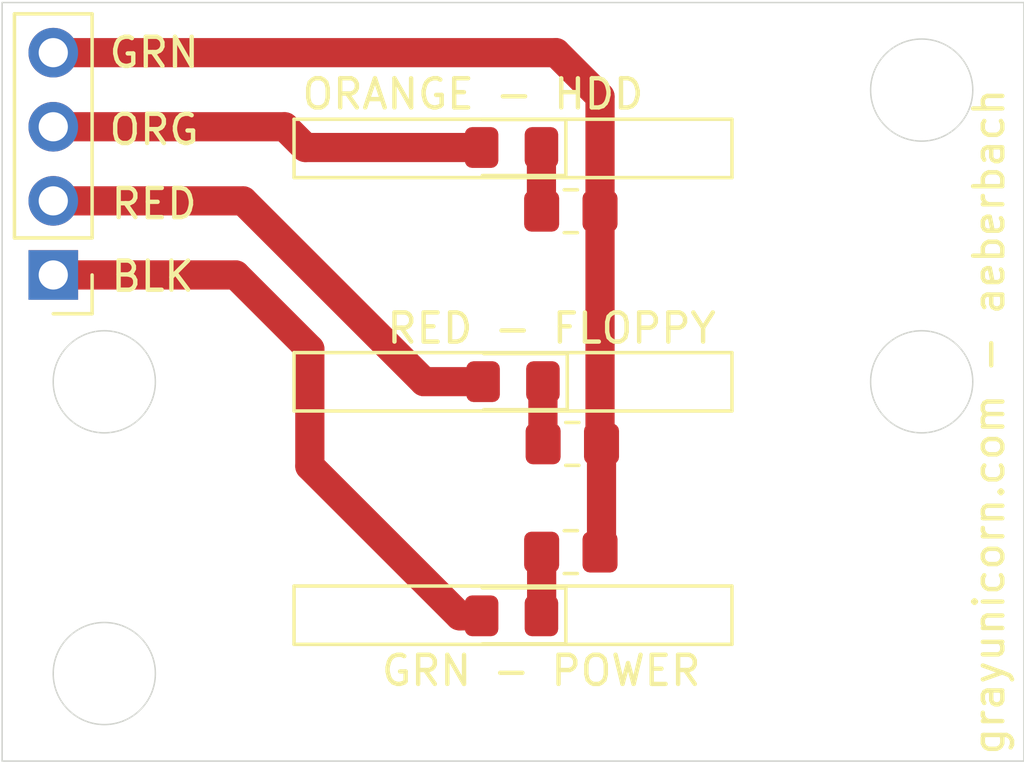
<source format=kicad_pcb>
(kicad_pcb (version 20171130) (host pcbnew "(5.1.10)-1")

  (general
    (thickness 1.6)
    (drawings 25)
    (tracks 27)
    (zones 0)
    (modules 7)
    (nets 8)
  )

  (page A4)
  (layers
    (0 F.Cu signal)
    (31 B.Cu signal)
    (32 B.Adhes user)
    (33 F.Adhes user)
    (34 B.Paste user)
    (35 F.Paste user)
    (36 B.SilkS user)
    (37 F.SilkS user)
    (38 B.Mask user)
    (39 F.Mask user)
    (40 Dwgs.User user)
    (41 Cmts.User user)
    (42 Eco1.User user)
    (43 Eco2.User user)
    (44 Edge.Cuts user)
    (45 Margin user)
    (46 B.CrtYd user)
    (47 F.CrtYd user)
    (48 B.Fab user)
    (49 F.Fab user)
  )

  (setup
    (last_trace_width 1)
    (user_trace_width 1)
    (trace_clearance 0.2)
    (zone_clearance 0.508)
    (zone_45_only no)
    (trace_min 0.2)
    (via_size 0.8)
    (via_drill 0.4)
    (via_min_size 0.4)
    (via_min_drill 0.3)
    (uvia_size 0.3)
    (uvia_drill 0.1)
    (uvias_allowed no)
    (uvia_min_size 0.2)
    (uvia_min_drill 0.1)
    (edge_width 0.05)
    (segment_width 0.2)
    (pcb_text_width 0.3)
    (pcb_text_size 1.5 1.5)
    (mod_edge_width 0.12)
    (mod_text_size 1 1)
    (mod_text_width 0.15)
    (pad_size 1.524 1.524)
    (pad_drill 0.762)
    (pad_to_mask_clearance 0)
    (aux_axis_origin 0 0)
    (visible_elements 7FFFFFFF)
    (pcbplotparams
      (layerselection 0x010a8_7fffffff)
      (usegerberextensions false)
      (usegerberattributes true)
      (usegerberadvancedattributes true)
      (creategerberjobfile true)
      (excludeedgelayer true)
      (linewidth 0.100000)
      (plotframeref false)
      (viasonmask false)
      (mode 1)
      (useauxorigin false)
      (hpglpennumber 1)
      (hpglpenspeed 20)
      (hpglpendiameter 15.000000)
      (psnegative false)
      (psa4output false)
      (plotreference true)
      (plotvalue true)
      (plotinvisibletext false)
      (padsonsilk false)
      (subtractmaskfromsilk false)
      (outputformat 1)
      (mirror false)
      (drillshape 0)
      (scaleselection 1)
      (outputdirectory ""))
  )

  (net 0 "")
  (net 1 "Net-(D1-Pad2)")
  (net 2 "Net-(D1-Pad1)")
  (net 3 "Net-(D2-Pad2)")
  (net 4 "Net-(D2-Pad1)")
  (net 5 "Net-(D3-Pad2)")
  (net 6 "Net-(D3-Pad1)")
  (net 7 "Net-(J1-Pad4)")

  (net_class Default "This is the default net class."
    (clearance 0.2)
    (trace_width 0.25)
    (via_dia 0.8)
    (via_drill 0.4)
    (uvia_dia 0.3)
    (uvia_drill 0.1)
    (add_net "Net-(D1-Pad1)")
    (add_net "Net-(D1-Pad2)")
    (add_net "Net-(D2-Pad1)")
    (add_net "Net-(D2-Pad2)")
    (add_net "Net-(D3-Pad1)")
    (add_net "Net-(D3-Pad2)")
    (add_net "Net-(J1-Pad4)")
  )

  (module Connector_PinHeader_2.54mm:PinHeader_1x04_P2.54mm_Vertical (layer F.Cu) (tedit 59FED5CC) (tstamp 610CE49E)
    (at 101.7524 110.3376 180)
    (descr "Through hole straight pin header, 1x04, 2.54mm pitch, single row")
    (tags "Through hole pin header THT 1x04 2.54mm single row")
    (path /610D3A3B)
    (fp_text reference J1 (at 14.6812 14.2748) (layer F.SilkS) hide
      (effects (font (size 1 1) (thickness 0.15)))
    )
    (fp_text value Conn_01x04_Male (at 8.636 15.494) (layer F.Fab) hide
      (effects (font (size 1 1) (thickness 0.15)))
    )
    (fp_text user %R (at 0 3.81 90) (layer F.Fab) hide
      (effects (font (size 1 1) (thickness 0.15)))
    )
    (fp_line (start -0.635 -1.27) (end 1.27 -1.27) (layer F.Fab) (width 0.1))
    (fp_line (start 1.27 -1.27) (end 1.27 8.89) (layer F.Fab) (width 0.1))
    (fp_line (start 1.27 8.89) (end -1.27 8.89) (layer F.Fab) (width 0.1))
    (fp_line (start -1.27 8.89) (end -1.27 -0.635) (layer F.Fab) (width 0.1))
    (fp_line (start -1.27 -0.635) (end -0.635 -1.27) (layer F.Fab) (width 0.1))
    (fp_line (start -1.33 8.95) (end 1.33 8.95) (layer F.SilkS) (width 0.12))
    (fp_line (start -1.33 1.27) (end -1.33 8.95) (layer F.SilkS) (width 0.12))
    (fp_line (start 1.33 1.27) (end 1.33 8.95) (layer F.SilkS) (width 0.12))
    (fp_line (start -1.33 1.27) (end 1.33 1.27) (layer F.SilkS) (width 0.12))
    (fp_line (start -1.33 0) (end -1.33 -1.33) (layer F.SilkS) (width 0.12))
    (fp_line (start -1.33 -1.33) (end 0 -1.33) (layer F.SilkS) (width 0.12))
    (fp_line (start -1.8 -1.8) (end -1.8 9.4) (layer F.CrtYd) (width 0.05))
    (fp_line (start -1.8 9.4) (end 1.8 9.4) (layer F.CrtYd) (width 0.05))
    (fp_line (start 1.8 9.4) (end 1.8 -1.8) (layer F.CrtYd) (width 0.05))
    (fp_line (start 1.8 -1.8) (end -1.8 -1.8) (layer F.CrtYd) (width 0.05))
    (pad 4 thru_hole oval (at 0 7.62 180) (size 1.7 1.7) (drill 1) (layers *.Cu *.Mask)
      (net 7 "Net-(J1-Pad4)"))
    (pad 3 thru_hole oval (at 0 5.08 180) (size 1.7 1.7) (drill 1) (layers *.Cu *.Mask)
      (net 5 "Net-(D3-Pad2)"))
    (pad 2 thru_hole oval (at 0 2.54 180) (size 1.7 1.7) (drill 1) (layers *.Cu *.Mask)
      (net 3 "Net-(D2-Pad2)"))
    (pad 1 thru_hole rect (at 0 0 180) (size 1.7 1.7) (drill 1) (layers *.Cu *.Mask)
      (net 1 "Net-(D1-Pad2)"))
    (model ${KISYS3DMOD}/Connector_PinHeader_2.54mm.3dshapes/PinHeader_1x04_P2.54mm_Vertical.wrl
      (at (xyz 0 0 0))
      (scale (xyz 1 1 1))
      (rotate (xyz 0 0 0))
    )
  )

  (module Resistor_SMD:R_0805_2012Metric_Pad1.20x1.40mm_HandSolder (layer F.Cu) (tedit 5F68FEEE) (tstamp 60FF98B4)
    (at 119.4816 108.1532 180)
    (descr "Resistor SMD 0805 (2012 Metric), square (rectangular) end terminal, IPC_7351 nominal with elongated pad for handsoldering. (Body size source: IPC-SM-782 page 72, https://www.pcb-3d.com/wordpress/wp-content/uploads/ipc-sm-782a_amendment_1_and_2.pdf), generated with kicad-footprint-generator")
    (tags "resistor handsolder")
    (path /60FFF56D)
    (attr smd)
    (fp_text reference R3 (at 2.9464 0) (layer F.SilkS) hide
      (effects (font (size 1 1) (thickness 0.15)))
    )
    (fp_text value 180R (at -4.2164 0) (layer F.Fab) hide
      (effects (font (size 1 1) (thickness 0.15)))
    )
    (fp_line (start 1.85 0.95) (end -1.85 0.95) (layer F.CrtYd) (width 0.05))
    (fp_line (start 1.85 -0.95) (end 1.85 0.95) (layer F.CrtYd) (width 0.05))
    (fp_line (start -1.85 -0.95) (end 1.85 -0.95) (layer F.CrtYd) (width 0.05))
    (fp_line (start -1.85 0.95) (end -1.85 -0.95) (layer F.CrtYd) (width 0.05))
    (fp_line (start -0.227064 0.735) (end 0.227064 0.735) (layer F.SilkS) (width 0.12))
    (fp_line (start -0.227064 -0.735) (end 0.227064 -0.735) (layer F.SilkS) (width 0.12))
    (fp_line (start 1 0.625) (end -1 0.625) (layer F.Fab) (width 0.1))
    (fp_line (start 1 -0.625) (end 1 0.625) (layer F.Fab) (width 0.1))
    (fp_line (start -1 -0.625) (end 1 -0.625) (layer F.Fab) (width 0.1))
    (fp_line (start -1 0.625) (end -1 -0.625) (layer F.Fab) (width 0.1))
    (fp_text user %R (at 0 0) (layer F.Fab) hide
      (effects (font (size 0.5 0.5) (thickness 0.08)))
    )
    (pad 2 smd roundrect (at 1 0 180) (size 1.2 1.4) (layers F.Cu F.Paste F.Mask) (roundrect_rratio 0.2083325)
      (net 6 "Net-(D3-Pad1)"))
    (pad 1 smd roundrect (at -1 0 180) (size 1.2 1.4) (layers F.Cu F.Paste F.Mask) (roundrect_rratio 0.2083325)
      (net 7 "Net-(J1-Pad4)"))
    (model ${KISYS3DMOD}/Resistor_SMD.3dshapes/R_0805_2012Metric.wrl
      (at (xyz 0 0 0))
      (scale (xyz 1 1 1))
      (rotate (xyz 0 0 0))
    )
  )

  (module Resistor_SMD:R_0805_2012Metric_Pad1.20x1.40mm_HandSolder (layer F.Cu) (tedit 5F68FEEE) (tstamp 60FF98A3)
    (at 119.5324 116.1288 180)
    (descr "Resistor SMD 0805 (2012 Metric), square (rectangular) end terminal, IPC_7351 nominal with elongated pad for handsoldering. (Body size source: IPC-SM-782 page 72, https://www.pcb-3d.com/wordpress/wp-content/uploads/ipc-sm-782a_amendment_1_and_2.pdf), generated with kicad-footprint-generator")
    (tags "resistor handsolder")
    (path /60FFF06A)
    (attr smd)
    (fp_text reference R2 (at 2.8448 -0.0508) (layer F.SilkS) hide
      (effects (font (size 1 1) (thickness 0.15)))
    )
    (fp_text value 180R (at -4.2672 -0.1016) (layer F.Fab) hide
      (effects (font (size 1 1) (thickness 0.15)))
    )
    (fp_line (start 1.85 0.95) (end -1.85 0.95) (layer F.CrtYd) (width 0.05))
    (fp_line (start 1.85 -0.95) (end 1.85 0.95) (layer F.CrtYd) (width 0.05))
    (fp_line (start -1.85 -0.95) (end 1.85 -0.95) (layer F.CrtYd) (width 0.05))
    (fp_line (start -1.85 0.95) (end -1.85 -0.95) (layer F.CrtYd) (width 0.05))
    (fp_line (start -0.227064 0.735) (end 0.227064 0.735) (layer F.SilkS) (width 0.12))
    (fp_line (start -0.227064 -0.735) (end 0.227064 -0.735) (layer F.SilkS) (width 0.12))
    (fp_line (start 1 0.625) (end -1 0.625) (layer F.Fab) (width 0.1))
    (fp_line (start 1 -0.625) (end 1 0.625) (layer F.Fab) (width 0.1))
    (fp_line (start -1 -0.625) (end 1 -0.625) (layer F.Fab) (width 0.1))
    (fp_line (start -1 0.625) (end -1 -0.625) (layer F.Fab) (width 0.1))
    (fp_text user %R (at 0 0) (layer F.Fab) hide
      (effects (font (size 0.5 0.5) (thickness 0.08)))
    )
    (pad 2 smd roundrect (at 1 0 180) (size 1.2 1.4) (layers F.Cu F.Paste F.Mask) (roundrect_rratio 0.2083325)
      (net 4 "Net-(D2-Pad1)"))
    (pad 1 smd roundrect (at -1 0 180) (size 1.2 1.4) (layers F.Cu F.Paste F.Mask) (roundrect_rratio 0.2083325)
      (net 7 "Net-(J1-Pad4)"))
    (model ${KISYS3DMOD}/Resistor_SMD.3dshapes/R_0805_2012Metric.wrl
      (at (xyz 0 0 0))
      (scale (xyz 1 1 1))
      (rotate (xyz 0 0 0))
    )
  )

  (module Resistor_SMD:R_0805_2012Metric_Pad1.20x1.40mm_HandSolder (layer F.Cu) (tedit 5F68FEEE) (tstamp 60FF9892)
    (at 119.4816 119.8372 180)
    (descr "Resistor SMD 0805 (2012 Metric), square (rectangular) end terminal, IPC_7351 nominal with elongated pad for handsoldering. (Body size source: IPC-SM-782 page 72, https://www.pcb-3d.com/wordpress/wp-content/uploads/ipc-sm-782a_amendment_1_and_2.pdf), generated with kicad-footprint-generator")
    (tags "resistor handsolder")
    (path /60FFEBD2)
    (attr smd)
    (fp_text reference R1 (at 2.8956 0.4572) (layer F.SilkS) hide
      (effects (font (size 1 1) (thickness 0.15)))
    )
    (fp_text value 180R (at -5.4864 -0.2032) (layer F.Fab) hide
      (effects (font (size 1 1) (thickness 0.15)))
    )
    (fp_line (start 1.85 0.95) (end -1.85 0.95) (layer F.CrtYd) (width 0.05))
    (fp_line (start 1.85 -0.95) (end 1.85 0.95) (layer F.CrtYd) (width 0.05))
    (fp_line (start -1.85 -0.95) (end 1.85 -0.95) (layer F.CrtYd) (width 0.05))
    (fp_line (start -1.85 0.95) (end -1.85 -0.95) (layer F.CrtYd) (width 0.05))
    (fp_line (start -0.227064 0.735) (end 0.227064 0.735) (layer F.SilkS) (width 0.12))
    (fp_line (start -0.227064 -0.735) (end 0.227064 -0.735) (layer F.SilkS) (width 0.12))
    (fp_line (start 1 0.625) (end -1 0.625) (layer F.Fab) (width 0.1))
    (fp_line (start 1 -0.625) (end 1 0.625) (layer F.Fab) (width 0.1))
    (fp_line (start -1 -0.625) (end 1 -0.625) (layer F.Fab) (width 0.1))
    (fp_line (start -1 0.625) (end -1 -0.625) (layer F.Fab) (width 0.1))
    (fp_text user %R (at 0 0) (layer F.Fab) hide
      (effects (font (size 0.5 0.5) (thickness 0.08)))
    )
    (pad 2 smd roundrect (at 1 0 180) (size 1.2 1.4) (layers F.Cu F.Paste F.Mask) (roundrect_rratio 0.2083325)
      (net 2 "Net-(D1-Pad1)"))
    (pad 1 smd roundrect (at -1 0 180) (size 1.2 1.4) (layers F.Cu F.Paste F.Mask) (roundrect_rratio 0.2083325)
      (net 7 "Net-(J1-Pad4)"))
    (model ${KISYS3DMOD}/Resistor_SMD.3dshapes/R_0805_2012Metric.wrl
      (at (xyz 0 0 0))
      (scale (xyz 1 1 1))
      (rotate (xyz 0 0 0))
    )
  )

  (module LED_SMD:LED_0805_2012Metric_Pad1.15x1.40mm_HandSolder (layer F.Cu) (tedit 5F68FEF1) (tstamp 60FF9869)
    (at 117.4496 105.9688 180)
    (descr "LED SMD 0805 (2012 Metric), square (rectangular) end terminal, IPC_7351 nominal, (Body size source: https://docs.google.com/spreadsheets/d/1BsfQQcO9C6DZCsRaXUlFlo91Tg2WpOkGARC1WS5S8t0/edit?usp=sharing), generated with kicad-footprint-generator")
    (tags "LED handsolder")
    (path /60FF9C41)
    (attr smd)
    (fp_text reference D3 (at -3.5052 -0.1016) (layer F.SilkS) hide
      (effects (font (size 1 1) (thickness 0.15)))
    )
    (fp_text value "ORANGE - HDD" (at 1.3208 1.8288) (layer F.SilkS)
      (effects (font (size 1 1) (thickness 0.15)))
    )
    (fp_line (start 1.85 0.95) (end -1.85 0.95) (layer F.CrtYd) (width 0.05))
    (fp_line (start 1.85 -0.95) (end 1.85 0.95) (layer F.CrtYd) (width 0.05))
    (fp_line (start -1.85 -0.95) (end 1.85 -0.95) (layer F.CrtYd) (width 0.05))
    (fp_line (start -1.85 0.95) (end -1.85 -0.95) (layer F.CrtYd) (width 0.05))
    (fp_line (start -1.86 0.96) (end 1 0.96) (layer F.SilkS) (width 0.12))
    (fp_line (start -1.86 -0.96) (end -1.86 0.96) (layer F.SilkS) (width 0.12))
    (fp_line (start 1 -0.96) (end -1.86 -0.96) (layer F.SilkS) (width 0.12))
    (fp_line (start 1 0.6) (end 1 -0.6) (layer F.Fab) (width 0.1))
    (fp_line (start -1 0.6) (end 1 0.6) (layer F.Fab) (width 0.1))
    (fp_line (start -1 -0.3) (end -1 0.6) (layer F.Fab) (width 0.1))
    (fp_line (start -0.7 -0.6) (end -1 -0.3) (layer F.Fab) (width 0.1))
    (fp_line (start 1 -0.6) (end -0.7 -0.6) (layer F.Fab) (width 0.1))
    (fp_text user %R (at 0 0) (layer F.Fab) hide
      (effects (font (size 0.5 0.5) (thickness 0.08)))
    )
    (pad 2 smd roundrect (at 1.025 0 180) (size 1.15 1.4) (layers F.Cu F.Paste F.Mask) (roundrect_rratio 0.2173904347826087)
      (net 5 "Net-(D3-Pad2)"))
    (pad 1 smd roundrect (at -1.025 0 180) (size 1.15 1.4) (layers F.Cu F.Paste F.Mask) (roundrect_rratio 0.2173904347826087)
      (net 6 "Net-(D3-Pad1)"))
    (model ${KISYS3DMOD}/LED_SMD.3dshapes/LED_0805_2012Metric.wrl
      (at (xyz 0 0 0))
      (scale (xyz 1 1 1))
      (rotate (xyz 0 0 0))
    )
  )

  (module LED_SMD:LED_0805_2012Metric_Pad1.15x1.40mm_HandSolder (layer F.Cu) (tedit 5F68FEF1) (tstamp 60FF9856)
    (at 117.5004 113.9952 180)
    (descr "LED SMD 0805 (2012 Metric), square (rectangular) end terminal, IPC_7351 nominal, (Body size source: https://docs.google.com/spreadsheets/d/1BsfQQcO9C6DZCsRaXUlFlo91Tg2WpOkGARC1WS5S8t0/edit?usp=sharing), generated with kicad-footprint-generator")
    (tags "LED handsolder")
    (path /60FF94A8)
    (attr smd)
    (fp_text reference D2 (at -3.302 -0.0508) (layer F.SilkS) hide
      (effects (font (size 1 1) (thickness 0.15)))
    )
    (fp_text value "RED - FLOPPY" (at -1.3208 1.8288) (layer F.SilkS)
      (effects (font (size 1 1) (thickness 0.15)))
    )
    (fp_line (start 1.85 0.95) (end -1.85 0.95) (layer F.CrtYd) (width 0.05))
    (fp_line (start 1.85 -0.95) (end 1.85 0.95) (layer F.CrtYd) (width 0.05))
    (fp_line (start -1.85 -0.95) (end 1.85 -0.95) (layer F.CrtYd) (width 0.05))
    (fp_line (start -1.85 0.95) (end -1.85 -0.95) (layer F.CrtYd) (width 0.05))
    (fp_line (start -1.86 0.96) (end 1 0.96) (layer F.SilkS) (width 0.12))
    (fp_line (start -1.86 -0.96) (end -1.86 0.96) (layer F.SilkS) (width 0.12))
    (fp_line (start 1 -0.96) (end -1.86 -0.96) (layer F.SilkS) (width 0.12))
    (fp_line (start 1 0.6) (end 1 -0.6) (layer F.Fab) (width 0.1))
    (fp_line (start -1 0.6) (end 1 0.6) (layer F.Fab) (width 0.1))
    (fp_line (start -1 -0.3) (end -1 0.6) (layer F.Fab) (width 0.1))
    (fp_line (start -0.7 -0.6) (end -1 -0.3) (layer F.Fab) (width 0.1))
    (fp_line (start 1 -0.6) (end -0.7 -0.6) (layer F.Fab) (width 0.1))
    (fp_text user %R (at 0 0) (layer F.Fab) hide
      (effects (font (size 0.5 0.5) (thickness 0.08)))
    )
    (pad 2 smd roundrect (at 1.025 0 180) (size 1.15 1.4) (layers F.Cu F.Paste F.Mask) (roundrect_rratio 0.2173904347826087)
      (net 3 "Net-(D2-Pad2)"))
    (pad 1 smd roundrect (at -1.025 0 180) (size 1.15 1.4) (layers F.Cu F.Paste F.Mask) (roundrect_rratio 0.2173904347826087)
      (net 4 "Net-(D2-Pad1)"))
    (model ${KISYS3DMOD}/LED_SMD.3dshapes/LED_0805_2012Metric.wrl
      (at (xyz 0 0 0))
      (scale (xyz 1 1 1))
      (rotate (xyz 0 0 0))
    )
  )

  (module LED_SMD:LED_0805_2012Metric_Pad1.15x1.40mm_HandSolder (layer F.Cu) (tedit 5F68FEF1) (tstamp 60FF9843)
    (at 117.4496 122.0216 180)
    (descr "LED SMD 0805 (2012 Metric), square (rectangular) end terminal, IPC_7351 nominal, (Body size source: https://docs.google.com/spreadsheets/d/1BsfQQcO9C6DZCsRaXUlFlo91Tg2WpOkGARC1WS5S8t0/edit?usp=sharing), generated with kicad-footprint-generator")
    (tags "LED handsolder")
    (path /60FF8FC3)
    (attr smd)
    (fp_text reference D1 (at -3.302 0) (layer F.SilkS) hide
      (effects (font (size 1 1) (thickness 0.15)))
    )
    (fp_text value "GRN - POWER" (at -1.016 -1.8796) (layer F.SilkS)
      (effects (font (size 1 1) (thickness 0.15)))
    )
    (fp_line (start 1.85 0.95) (end -1.85 0.95) (layer F.CrtYd) (width 0.05))
    (fp_line (start 1.85 -0.95) (end 1.85 0.95) (layer F.CrtYd) (width 0.05))
    (fp_line (start -1.85 -0.95) (end 1.85 -0.95) (layer F.CrtYd) (width 0.05))
    (fp_line (start -1.85 0.95) (end -1.85 -0.95) (layer F.CrtYd) (width 0.05))
    (fp_line (start -1.86 0.96) (end 1 0.96) (layer F.SilkS) (width 0.12))
    (fp_line (start -1.86 -0.96) (end -1.86 0.96) (layer F.SilkS) (width 0.12))
    (fp_line (start 1 -0.96) (end -1.86 -0.96) (layer F.SilkS) (width 0.12))
    (fp_line (start 1 0.6) (end 1 -0.6) (layer F.Fab) (width 0.1))
    (fp_line (start -1 0.6) (end 1 0.6) (layer F.Fab) (width 0.1))
    (fp_line (start -1 -0.3) (end -1 0.6) (layer F.Fab) (width 0.1))
    (fp_line (start -0.7 -0.6) (end -1 -0.3) (layer F.Fab) (width 0.1))
    (fp_line (start 1 -0.6) (end -0.7 -0.6) (layer F.Fab) (width 0.1))
    (fp_text user %R (at 0.0508 -0.1016) (layer F.Fab) hide
      (effects (font (size 0.5 0.5) (thickness 0.08)))
    )
    (pad 2 smd roundrect (at 1.025 0 180) (size 1.15 1.4) (layers F.Cu F.Paste F.Mask) (roundrect_rratio 0.2173904347826087)
      (net 1 "Net-(D1-Pad2)"))
    (pad 1 smd roundrect (at -1.025 0 180) (size 1.15 1.4) (layers F.Cu F.Paste F.Mask) (roundrect_rratio 0.2173904347826087)
      (net 2 "Net-(D1-Pad1)"))
    (model ${KISYS3DMOD}/LED_SMD.3dshapes/LED_0805_2012Metric.wrl
      (at (xyz 0 0 0))
      (scale (xyz 1 1 1))
      (rotate (xyz 0 0 0))
    )
  )

  (gr_text "grayunicorn.com - aeberbach" (at 133.8072 115.3668 90) (layer F.SilkS)
    (effects (font (size 1 1) (thickness 0.15)))
  )
  (gr_circle (center 103.5 124) (end 105.25 124) (layer Edge.Cuts) (width 0.05))
  (gr_circle (center 131.5 104) (end 133.25 104) (layer Edge.Cuts) (width 0.05))
  (gr_text BLK (at 105.156 110.3884) (layer F.SilkS)
    (effects (font (size 1 1) (thickness 0.15)))
  )
  (gr_text RED (at 105.2068 107.8992) (layer F.SilkS)
    (effects (font (size 1 1) (thickness 0.15)))
  )
  (gr_text ORG (at 105.2068 105.3592) (layer F.SilkS)
    (effects (font (size 1 1) (thickness 0.15)))
  )
  (gr_text GRN (at 105.2068 102.7176) (layer F.SilkS)
    (effects (font (size 1 1) (thickness 0.15)))
  )
  (gr_line (start 125 105) (end 125 107) (layer F.SilkS) (width 0.12) (tstamp 60FF9D21))
  (gr_line (start 125 115) (end 125 113) (layer F.SilkS) (width 0.12))
  (gr_line (start 125 121) (end 125 123) (layer F.SilkS) (width 0.12) (tstamp 60FF9D20))
  (gr_line (start 110 121) (end 110 123) (layer F.SilkS) (width 0.12) (tstamp 60FF9D1F))
  (gr_line (start 110 113) (end 110 115) (layer F.SilkS) (width 0.12) (tstamp 60FF9D1E))
  (gr_line (start 110 105) (end 110 107) (layer F.SilkS) (width 0.12) (tstamp 60FF9D1D))
  (gr_line (start 110 105) (end 125 105) (layer F.SilkS) (width 0.12))
  (gr_line (start 110 107) (end 125 107) (layer F.SilkS) (width 0.12))
  (gr_line (start 110 123) (end 125 123) (layer F.SilkS) (width 0.12))
  (gr_line (start 110 121) (end 125 121) (layer F.SilkS) (width 0.12))
  (gr_line (start 110 115) (end 125 115) (layer F.SilkS) (width 0.12))
  (gr_line (start 110 113) (end 125 113) (layer F.SilkS) (width 0.12))
  (gr_circle (center 131.5 114) (end 133.25 114) (layer Edge.Cuts) (width 0.05))
  (gr_circle (center 103.5 114) (end 105.25 114) (layer Edge.Cuts) (width 0.05))
  (gr_line (start 135 101) (end 135 127) (layer Edge.Cuts) (width 0.05) (tstamp 60FF9CEE))
  (gr_line (start 100 127) (end 135 127) (layer Edge.Cuts) (width 0.05))
  (gr_line (start 100 101) (end 135 101) (layer Edge.Cuts) (width 0.05))
  (gr_line (start 100 101) (end 100 127) (layer Edge.Cuts) (width 0.05))

  (segment (start 116.4246 122.0216) (end 115.6716 122.0216) (width 1) (layer F.Cu) (net 1))
  (segment (start 115.6716 122.0216) (end 110.5408 116.8908) (width 1) (layer F.Cu) (net 1))
  (segment (start 110.5408 116.8908) (end 110.5408 112.8776) (width 1) (layer F.Cu) (net 1))
  (segment (start 108.0008 110.3376) (end 101.7524 110.3376) (width 1) (layer F.Cu) (net 1))
  (segment (start 110.5408 112.8776) (end 108.0008 110.3376) (width 1) (layer F.Cu) (net 1))
  (segment (start 118.4746 119.8442) (end 118.4816 119.8372) (width 1) (layer F.Cu) (net 2))
  (segment (start 118.4816 122.0146) (end 118.4746 122.0216) (width 1) (layer F.Cu) (net 2))
  (segment (start 118.4816 119.8372) (end 118.4816 122.0146) (width 1) (layer F.Cu) (net 2))
  (segment (start 116.4754 113.9952) (end 114.4524 113.9952) (width 1) (layer F.Cu) (net 3))
  (segment (start 108.2548 107.7976) (end 101.7524 107.7976) (width 1) (layer F.Cu) (net 3))
  (segment (start 114.4524 113.9952) (end 108.2548 107.7976) (width 1) (layer F.Cu) (net 3))
  (segment (start 118.5254 116.1218) (end 118.5324 116.1288) (width 1) (layer F.Cu) (net 4))
  (segment (start 118.5254 113.9952) (end 118.5254 116.1218) (width 1) (layer F.Cu) (net 4))
  (segment (start 116.4246 105.9688) (end 110.3884 105.9688) (width 1) (layer F.Cu) (net 5))
  (segment (start 109.6772 105.2576) (end 101.7524 105.2576) (width 1) (layer F.Cu) (net 5))
  (segment (start 110.3884 105.9688) (end 109.6772 105.2576) (width 1) (layer F.Cu) (net 5))
  (segment (start 118.4746 108.1462) (end 118.4816 108.1532) (width 1) (layer F.Cu) (net 6))
  (segment (start 118.4746 105.9688) (end 118.4746 108.1462) (width 1) (layer F.Cu) (net 6))
  (segment (start 120.5324 108.204) (end 120.4816 108.1532) (width 1) (layer F.Cu) (net 7))
  (segment (start 120.4816 116.1796) (end 120.5324 116.1288) (width 1) (layer F.Cu) (net 7))
  (segment (start 101.7524 102.7176) (end 118.9736 102.7176) (width 1) (layer F.Cu) (net 7))
  (segment (start 120.4816 104.2256) (end 120.4816 108.1532) (width 1) (layer F.Cu) (net 7))
  (segment (start 118.9736 102.7176) (end 120.4816 104.2256) (width 1) (layer F.Cu) (net 7))
  (segment (start 120.4816 116.078) (end 120.5324 116.1288) (width 1) (layer F.Cu) (net 7))
  (segment (start 120.4816 108.1532) (end 120.4816 116.078) (width 1) (layer F.Cu) (net 7))
  (segment (start 120.5324 119.7864) (end 120.4816 119.8372) (width 1) (layer F.Cu) (net 7))
  (segment (start 120.5324 116.1288) (end 120.5324 119.7864) (width 1) (layer F.Cu) (net 7))

)

</source>
